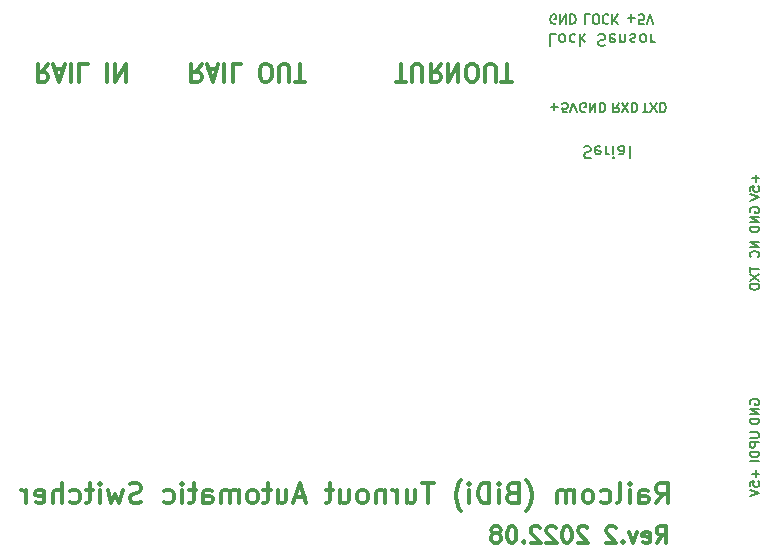
<source format=gbo>
%TF.GenerationSoftware,KiCad,Pcbnew,(5.1.12)-1*%
%TF.CreationDate,2022-08-11T01:09:08+09:00*%
%TF.ProjectId,RailcomSwitchChanger,5261696c-636f-46d5-9377-697463684368,rev?*%
%TF.SameCoordinates,PX632ea00PY7459280*%
%TF.FileFunction,Legend,Bot*%
%TF.FilePolarity,Positive*%
%FSLAX46Y46*%
G04 Gerber Fmt 4.6, Leading zero omitted, Abs format (unit mm)*
G04 Created by KiCad (PCBNEW (5.1.12)-1) date 2022-08-11 01:09:08*
%MOMM*%
%LPD*%
G01*
G04 APERTURE LIST*
%ADD10C,0.200000*%
%ADD11C,0.180000*%
%ADD12C,0.340000*%
%ADD13C,0.300000*%
%ADD14C,1.400000*%
%ADD15C,1.600000*%
%ADD16C,3.200000*%
%ADD17C,2.500000*%
%ADD18R,1.600000X1.600000*%
%ADD19R,1.600000X1.524000*%
%ADD20R,1.524000X1.600000*%
%ADD21C,1.700000*%
%ADD22R,1.000000X1.000000*%
%ADD23C,1.000000*%
%ADD24C,0.250000*%
%ADD25C,0.100000*%
G04 APERTURE END LIST*
D10*
X54119047Y61952381D02*
X53642857Y61952381D01*
X53642857Y60952381D01*
X54595238Y61952381D02*
X54500000Y61904762D01*
X54452380Y61857143D01*
X54404761Y61761905D01*
X54404761Y61476191D01*
X54452380Y61380953D01*
X54500000Y61333334D01*
X54595238Y61285715D01*
X54738095Y61285715D01*
X54833333Y61333334D01*
X54880952Y61380953D01*
X54928571Y61476191D01*
X54928571Y61761905D01*
X54880952Y61857143D01*
X54833333Y61904762D01*
X54738095Y61952381D01*
X54595238Y61952381D01*
X55785714Y61904762D02*
X55690476Y61952381D01*
X55500000Y61952381D01*
X55404761Y61904762D01*
X55357142Y61857143D01*
X55309523Y61761905D01*
X55309523Y61476191D01*
X55357142Y61380953D01*
X55404761Y61333334D01*
X55500000Y61285715D01*
X55690476Y61285715D01*
X55785714Y61333334D01*
X56214285Y61952381D02*
X56214285Y60952381D01*
X56309523Y61571429D02*
X56595238Y61952381D01*
X56595238Y61285715D02*
X56214285Y61666667D01*
X57738095Y61904762D02*
X57880952Y61952381D01*
X58119047Y61952381D01*
X58214285Y61904762D01*
X58261904Y61857143D01*
X58309523Y61761905D01*
X58309523Y61666667D01*
X58261904Y61571429D01*
X58214285Y61523810D01*
X58119047Y61476191D01*
X57928571Y61428572D01*
X57833333Y61380953D01*
X57785714Y61333334D01*
X57738095Y61238096D01*
X57738095Y61142858D01*
X57785714Y61047620D01*
X57833333Y61000000D01*
X57928571Y60952381D01*
X58166666Y60952381D01*
X58309523Y61000000D01*
X59119047Y61904762D02*
X59023809Y61952381D01*
X58833333Y61952381D01*
X58738095Y61904762D01*
X58690476Y61809524D01*
X58690476Y61428572D01*
X58738095Y61333334D01*
X58833333Y61285715D01*
X59023809Y61285715D01*
X59119047Y61333334D01*
X59166666Y61428572D01*
X59166666Y61523810D01*
X58690476Y61619048D01*
X59595238Y61285715D02*
X59595238Y61952381D01*
X59595238Y61380953D02*
X59642857Y61333334D01*
X59738095Y61285715D01*
X59880952Y61285715D01*
X59976190Y61333334D01*
X60023809Y61428572D01*
X60023809Y61952381D01*
X60452380Y61904762D02*
X60547619Y61952381D01*
X60738095Y61952381D01*
X60833333Y61904762D01*
X60880952Y61809524D01*
X60880952Y61761905D01*
X60833333Y61666667D01*
X60738095Y61619048D01*
X60595238Y61619048D01*
X60500000Y61571429D01*
X60452380Y61476191D01*
X60452380Y61428572D01*
X60500000Y61333334D01*
X60595238Y61285715D01*
X60738095Y61285715D01*
X60833333Y61333334D01*
X61452380Y61952381D02*
X61357142Y61904762D01*
X61309523Y61857143D01*
X61261904Y61761905D01*
X61261904Y61476191D01*
X61309523Y61380953D01*
X61357142Y61333334D01*
X61452380Y61285715D01*
X61595238Y61285715D01*
X61690476Y61333334D01*
X61738095Y61380953D01*
X61785714Y61476191D01*
X61785714Y61761905D01*
X61738095Y61857143D01*
X61690476Y61904762D01*
X61595238Y61952381D01*
X61452380Y61952381D01*
X62214285Y61952381D02*
X62214285Y61285715D01*
X62214285Y61476191D02*
X62261904Y61380953D01*
X62309523Y61333334D01*
X62404761Y61285715D01*
X62500000Y61285715D01*
X56523809Y52404762D02*
X56666666Y52452381D01*
X56904761Y52452381D01*
X57000000Y52404762D01*
X57047619Y52357143D01*
X57095238Y52261905D01*
X57095238Y52166667D01*
X57047619Y52071429D01*
X57000000Y52023810D01*
X56904761Y51976191D01*
X56714285Y51928572D01*
X56619047Y51880953D01*
X56571428Y51833334D01*
X56523809Y51738096D01*
X56523809Y51642858D01*
X56571428Y51547620D01*
X56619047Y51500000D01*
X56714285Y51452381D01*
X56952380Y51452381D01*
X57095238Y51500000D01*
X57904761Y52404762D02*
X57809523Y52452381D01*
X57619047Y52452381D01*
X57523809Y52404762D01*
X57476190Y52309524D01*
X57476190Y51928572D01*
X57523809Y51833334D01*
X57619047Y51785715D01*
X57809523Y51785715D01*
X57904761Y51833334D01*
X57952380Y51928572D01*
X57952380Y52023810D01*
X57476190Y52119048D01*
X58380952Y52452381D02*
X58380952Y51785715D01*
X58380952Y51976191D02*
X58428571Y51880953D01*
X58476190Y51833334D01*
X58571428Y51785715D01*
X58666666Y51785715D01*
X59000000Y52452381D02*
X59000000Y51785715D01*
X59000000Y51452381D02*
X58952380Y51500000D01*
X59000000Y51547620D01*
X59047619Y51500000D01*
X59000000Y51452381D01*
X59000000Y51547620D01*
X59904761Y52452381D02*
X59904761Y51928572D01*
X59857142Y51833334D01*
X59761904Y51785715D01*
X59571428Y51785715D01*
X59476190Y51833334D01*
X59904761Y52404762D02*
X59809523Y52452381D01*
X59571428Y52452381D01*
X59476190Y52404762D01*
X59428571Y52309524D01*
X59428571Y52214286D01*
X59476190Y52119048D01*
X59571428Y52071429D01*
X59809523Y52071429D01*
X59904761Y52023810D01*
X60523809Y52452381D02*
X60428571Y52404762D01*
X60380952Y52309524D01*
X60380952Y51452381D01*
D11*
X54140476Y62850000D02*
X54064285Y62811905D01*
X53950000Y62811905D01*
X53835714Y62850000D01*
X53759523Y62926191D01*
X53721428Y63002381D01*
X53683333Y63154762D01*
X53683333Y63269048D01*
X53721428Y63421429D01*
X53759523Y63497620D01*
X53835714Y63573810D01*
X53950000Y63611905D01*
X54026190Y63611905D01*
X54140476Y63573810D01*
X54178571Y63535715D01*
X54178571Y63269048D01*
X54026190Y63269048D01*
X54521428Y63611905D02*
X54521428Y62811905D01*
X54978571Y63611905D01*
X54978571Y62811905D01*
X55359523Y63611905D02*
X55359523Y62811905D01*
X55550000Y62811905D01*
X55664285Y62850000D01*
X55740476Y62926191D01*
X55778571Y63002381D01*
X55816666Y63154762D01*
X55816666Y63269048D01*
X55778571Y63421429D01*
X55740476Y63497620D01*
X55664285Y63573810D01*
X55550000Y63611905D01*
X55359523Y63611905D01*
X60221428Y63307143D02*
X60830952Y63307143D01*
X60526190Y63611905D02*
X60526190Y63002381D01*
X61592857Y62811905D02*
X61211904Y62811905D01*
X61173809Y63192858D01*
X61211904Y63154762D01*
X61288095Y63116667D01*
X61478571Y63116667D01*
X61554761Y63154762D01*
X61592857Y63192858D01*
X61630952Y63269048D01*
X61630952Y63459524D01*
X61592857Y63535715D01*
X61554761Y63573810D01*
X61478571Y63611905D01*
X61288095Y63611905D01*
X61211904Y63573810D01*
X61173809Y63535715D01*
X61859523Y62811905D02*
X62126190Y63611905D01*
X62392857Y62811905D01*
X57028571Y63611905D02*
X56647619Y63611905D01*
X56647619Y62811905D01*
X57447619Y62811905D02*
X57600000Y62811905D01*
X57676190Y62850000D01*
X57752380Y62926191D01*
X57790476Y63078572D01*
X57790476Y63345239D01*
X57752380Y63497620D01*
X57676190Y63573810D01*
X57600000Y63611905D01*
X57447619Y63611905D01*
X57371428Y63573810D01*
X57295238Y63497620D01*
X57257142Y63345239D01*
X57257142Y63078572D01*
X57295238Y62926191D01*
X57371428Y62850000D01*
X57447619Y62811905D01*
X58590476Y63535715D02*
X58552380Y63573810D01*
X58438095Y63611905D01*
X58361904Y63611905D01*
X58247619Y63573810D01*
X58171428Y63497620D01*
X58133333Y63421429D01*
X58095238Y63269048D01*
X58095238Y63154762D01*
X58133333Y63002381D01*
X58171428Y62926191D01*
X58247619Y62850000D01*
X58361904Y62811905D01*
X58438095Y62811905D01*
X58552380Y62850000D01*
X58590476Y62888096D01*
X58933333Y63611905D02*
X58933333Y62811905D01*
X59390476Y63611905D02*
X59047619Y63154762D01*
X59390476Y62811905D02*
X58933333Y63269048D01*
X53721428Y55807143D02*
X54330952Y55807143D01*
X54026190Y56111905D02*
X54026190Y55502381D01*
X55092857Y55311905D02*
X54711904Y55311905D01*
X54673809Y55692858D01*
X54711904Y55654762D01*
X54788095Y55616667D01*
X54978571Y55616667D01*
X55054761Y55654762D01*
X55092857Y55692858D01*
X55130952Y55769048D01*
X55130952Y55959524D01*
X55092857Y56035715D01*
X55054761Y56073810D01*
X54978571Y56111905D01*
X54788095Y56111905D01*
X54711904Y56073810D01*
X54673809Y56035715D01*
X55359523Y55311905D02*
X55626190Y56111905D01*
X55892857Y55311905D01*
X56640476Y55350000D02*
X56564285Y55311905D01*
X56450000Y55311905D01*
X56335714Y55350000D01*
X56259523Y55426191D01*
X56221428Y55502381D01*
X56183333Y55654762D01*
X56183333Y55769048D01*
X56221428Y55921429D01*
X56259523Y55997620D01*
X56335714Y56073810D01*
X56450000Y56111905D01*
X56526190Y56111905D01*
X56640476Y56073810D01*
X56678571Y56035715D01*
X56678571Y55769048D01*
X56526190Y55769048D01*
X57021428Y56111905D02*
X57021428Y55311905D01*
X57478571Y56111905D01*
X57478571Y55311905D01*
X57859523Y56111905D02*
X57859523Y55311905D01*
X58050000Y55311905D01*
X58164285Y55350000D01*
X58240476Y55426191D01*
X58278571Y55502381D01*
X58316666Y55654762D01*
X58316666Y55769048D01*
X58278571Y55921429D01*
X58240476Y55997620D01*
X58164285Y56073810D01*
X58050000Y56111905D01*
X57859523Y56111905D01*
X59466666Y56111905D02*
X59200000Y55730953D01*
X59009523Y56111905D02*
X59009523Y55311905D01*
X59314285Y55311905D01*
X59390476Y55350000D01*
X59428571Y55388096D01*
X59466666Y55464286D01*
X59466666Y55578572D01*
X59428571Y55654762D01*
X59390476Y55692858D01*
X59314285Y55730953D01*
X59009523Y55730953D01*
X59733333Y55311905D02*
X60266666Y56111905D01*
X60266666Y55311905D02*
X59733333Y56111905D01*
X60571428Y56111905D02*
X60571428Y55311905D01*
X60761904Y55311905D01*
X60876190Y55350000D01*
X60952380Y55426191D01*
X60990476Y55502381D01*
X61028571Y55654762D01*
X61028571Y55769048D01*
X60990476Y55921429D01*
X60952380Y55997620D01*
X60876190Y56073810D01*
X60761904Y56111905D01*
X60571428Y56111905D01*
X61490476Y55311905D02*
X61947619Y55311905D01*
X61719047Y56111905D02*
X61719047Y55311905D01*
X62138095Y55311905D02*
X62671428Y56111905D01*
X62671428Y55311905D02*
X62138095Y56111905D01*
X62976190Y56111905D02*
X62976190Y55311905D01*
X63166666Y55311905D01*
X63280952Y55350000D01*
X63357142Y55426191D01*
X63395238Y55502381D01*
X63433333Y55654762D01*
X63433333Y55769048D01*
X63395238Y55921429D01*
X63357142Y55997620D01*
X63280952Y56073810D01*
X63166666Y56111905D01*
X62976190Y56111905D01*
D12*
X62652809Y22230953D02*
X63219476Y23040477D01*
X63624238Y22230953D02*
X63624238Y23930953D01*
X62976619Y23930953D01*
X62814714Y23850000D01*
X62733761Y23769048D01*
X62652809Y23607143D01*
X62652809Y23364286D01*
X62733761Y23202381D01*
X62814714Y23121429D01*
X62976619Y23040477D01*
X63624238Y23040477D01*
X61195666Y22230953D02*
X61195666Y23121429D01*
X61276619Y23283334D01*
X61438523Y23364286D01*
X61762333Y23364286D01*
X61924238Y23283334D01*
X61195666Y22311905D02*
X61357571Y22230953D01*
X61762333Y22230953D01*
X61924238Y22311905D01*
X62005190Y22473810D01*
X62005190Y22635715D01*
X61924238Y22797620D01*
X61762333Y22878572D01*
X61357571Y22878572D01*
X61195666Y22959524D01*
X60386142Y22230953D02*
X60386142Y23364286D01*
X60386142Y23930953D02*
X60467095Y23850000D01*
X60386142Y23769048D01*
X60305190Y23850000D01*
X60386142Y23930953D01*
X60386142Y23769048D01*
X59333761Y22230953D02*
X59495666Y22311905D01*
X59576619Y22473810D01*
X59576619Y23930953D01*
X57957571Y22311905D02*
X58119476Y22230953D01*
X58443285Y22230953D01*
X58605190Y22311905D01*
X58686142Y22392858D01*
X58767095Y22554762D01*
X58767095Y23040477D01*
X58686142Y23202381D01*
X58605190Y23283334D01*
X58443285Y23364286D01*
X58119476Y23364286D01*
X57957571Y23283334D01*
X56986142Y22230953D02*
X57148047Y22311905D01*
X57229000Y22392858D01*
X57309952Y22554762D01*
X57309952Y23040477D01*
X57229000Y23202381D01*
X57148047Y23283334D01*
X56986142Y23364286D01*
X56743285Y23364286D01*
X56581380Y23283334D01*
X56500428Y23202381D01*
X56419476Y23040477D01*
X56419476Y22554762D01*
X56500428Y22392858D01*
X56581380Y22311905D01*
X56743285Y22230953D01*
X56986142Y22230953D01*
X55690904Y22230953D02*
X55690904Y23364286D01*
X55690904Y23202381D02*
X55609952Y23283334D01*
X55448047Y23364286D01*
X55205190Y23364286D01*
X55043285Y23283334D01*
X54962333Y23121429D01*
X54962333Y22230953D01*
X54962333Y23121429D02*
X54881380Y23283334D01*
X54719476Y23364286D01*
X54476619Y23364286D01*
X54314714Y23283334D01*
X54233761Y23121429D01*
X54233761Y22230953D01*
X51643285Y21583334D02*
X51724238Y21664286D01*
X51886142Y21907143D01*
X51967095Y22069048D01*
X52048047Y22311905D01*
X52129000Y22716667D01*
X52129000Y23040477D01*
X52048047Y23445239D01*
X51967095Y23688096D01*
X51886142Y23850000D01*
X51724238Y24092858D01*
X51643285Y24173810D01*
X50429000Y23121429D02*
X50186142Y23040477D01*
X50105190Y22959524D01*
X50024238Y22797620D01*
X50024238Y22554762D01*
X50105190Y22392858D01*
X50186142Y22311905D01*
X50348047Y22230953D01*
X50995666Y22230953D01*
X50995666Y23930953D01*
X50429000Y23930953D01*
X50267095Y23850000D01*
X50186142Y23769048D01*
X50105190Y23607143D01*
X50105190Y23445239D01*
X50186142Y23283334D01*
X50267095Y23202381D01*
X50429000Y23121429D01*
X50995666Y23121429D01*
X49295666Y22230953D02*
X49295666Y23364286D01*
X49295666Y23930953D02*
X49376619Y23850000D01*
X49295666Y23769048D01*
X49214714Y23850000D01*
X49295666Y23930953D01*
X49295666Y23769048D01*
X48486142Y22230953D02*
X48486142Y23930953D01*
X48081380Y23930953D01*
X47838523Y23850000D01*
X47676619Y23688096D01*
X47595666Y23526191D01*
X47514714Y23202381D01*
X47514714Y22959524D01*
X47595666Y22635715D01*
X47676619Y22473810D01*
X47838523Y22311905D01*
X48081380Y22230953D01*
X48486142Y22230953D01*
X46786142Y22230953D02*
X46786142Y23364286D01*
X46786142Y23930953D02*
X46867095Y23850000D01*
X46786142Y23769048D01*
X46705190Y23850000D01*
X46786142Y23930953D01*
X46786142Y23769048D01*
X46138523Y21583334D02*
X46057571Y21664286D01*
X45895666Y21907143D01*
X45814714Y22069048D01*
X45733761Y22311905D01*
X45652809Y22716667D01*
X45652809Y23040477D01*
X45733761Y23445239D01*
X45814714Y23688096D01*
X45895666Y23850000D01*
X46057571Y24092858D01*
X46138523Y24173810D01*
X43790904Y23930953D02*
X42819476Y23930953D01*
X43305190Y22230953D02*
X43305190Y23930953D01*
X41524238Y23364286D02*
X41524238Y22230953D01*
X42252809Y23364286D02*
X42252809Y22473810D01*
X42171857Y22311905D01*
X42009952Y22230953D01*
X41767095Y22230953D01*
X41605190Y22311905D01*
X41524238Y22392858D01*
X40714714Y22230953D02*
X40714714Y23364286D01*
X40714714Y23040477D02*
X40633761Y23202381D01*
X40552809Y23283334D01*
X40390904Y23364286D01*
X40229000Y23364286D01*
X39662333Y23364286D02*
X39662333Y22230953D01*
X39662333Y23202381D02*
X39581380Y23283334D01*
X39419476Y23364286D01*
X39176619Y23364286D01*
X39014714Y23283334D01*
X38933761Y23121429D01*
X38933761Y22230953D01*
X37881380Y22230953D02*
X38043285Y22311905D01*
X38124238Y22392858D01*
X38205190Y22554762D01*
X38205190Y23040477D01*
X38124238Y23202381D01*
X38043285Y23283334D01*
X37881380Y23364286D01*
X37638523Y23364286D01*
X37476619Y23283334D01*
X37395666Y23202381D01*
X37314714Y23040477D01*
X37314714Y22554762D01*
X37395666Y22392858D01*
X37476619Y22311905D01*
X37638523Y22230953D01*
X37881380Y22230953D01*
X35857571Y23364286D02*
X35857571Y22230953D01*
X36586142Y23364286D02*
X36586142Y22473810D01*
X36505190Y22311905D01*
X36343285Y22230953D01*
X36100428Y22230953D01*
X35938523Y22311905D01*
X35857571Y22392858D01*
X35290904Y23364286D02*
X34643285Y23364286D01*
X35048047Y23930953D02*
X35048047Y22473810D01*
X34967095Y22311905D01*
X34805190Y22230953D01*
X34643285Y22230953D01*
X32862333Y22716667D02*
X32052809Y22716667D01*
X33024238Y22230953D02*
X32457571Y23930953D01*
X31890904Y22230953D01*
X30595666Y23364286D02*
X30595666Y22230953D01*
X31324238Y23364286D02*
X31324238Y22473810D01*
X31243285Y22311905D01*
X31081380Y22230953D01*
X30838523Y22230953D01*
X30676619Y22311905D01*
X30595666Y22392858D01*
X30029000Y23364286D02*
X29381380Y23364286D01*
X29786142Y23930953D02*
X29786142Y22473810D01*
X29705190Y22311905D01*
X29543285Y22230953D01*
X29381380Y22230953D01*
X28571857Y22230953D02*
X28733761Y22311905D01*
X28814714Y22392858D01*
X28895666Y22554762D01*
X28895666Y23040477D01*
X28814714Y23202381D01*
X28733761Y23283334D01*
X28571857Y23364286D01*
X28329000Y23364286D01*
X28167095Y23283334D01*
X28086142Y23202381D01*
X28005190Y23040477D01*
X28005190Y22554762D01*
X28086142Y22392858D01*
X28167095Y22311905D01*
X28329000Y22230953D01*
X28571857Y22230953D01*
X27276619Y22230953D02*
X27276619Y23364286D01*
X27276619Y23202381D02*
X27195666Y23283334D01*
X27033761Y23364286D01*
X26790904Y23364286D01*
X26629000Y23283334D01*
X26548047Y23121429D01*
X26548047Y22230953D01*
X26548047Y23121429D02*
X26467095Y23283334D01*
X26305190Y23364286D01*
X26062333Y23364286D01*
X25900428Y23283334D01*
X25819476Y23121429D01*
X25819476Y22230953D01*
X24281380Y22230953D02*
X24281380Y23121429D01*
X24362333Y23283334D01*
X24524238Y23364286D01*
X24848047Y23364286D01*
X25009952Y23283334D01*
X24281380Y22311905D02*
X24443285Y22230953D01*
X24848047Y22230953D01*
X25009952Y22311905D01*
X25090904Y22473810D01*
X25090904Y22635715D01*
X25009952Y22797620D01*
X24848047Y22878572D01*
X24443285Y22878572D01*
X24281380Y22959524D01*
X23714714Y23364286D02*
X23067095Y23364286D01*
X23471857Y23930953D02*
X23471857Y22473810D01*
X23390904Y22311905D01*
X23229000Y22230953D01*
X23067095Y22230953D01*
X22500428Y22230953D02*
X22500428Y23364286D01*
X22500428Y23930953D02*
X22581380Y23850000D01*
X22500428Y23769048D01*
X22419476Y23850000D01*
X22500428Y23930953D01*
X22500428Y23769048D01*
X20962333Y22311905D02*
X21124238Y22230953D01*
X21448047Y22230953D01*
X21609952Y22311905D01*
X21690904Y22392858D01*
X21771857Y22554762D01*
X21771857Y23040477D01*
X21690904Y23202381D01*
X21609952Y23283334D01*
X21448047Y23364286D01*
X21124238Y23364286D01*
X20962333Y23283334D01*
X19019476Y22311905D02*
X18776619Y22230953D01*
X18371857Y22230953D01*
X18209952Y22311905D01*
X18129000Y22392858D01*
X18048047Y22554762D01*
X18048047Y22716667D01*
X18129000Y22878572D01*
X18209952Y22959524D01*
X18371857Y23040477D01*
X18695666Y23121429D01*
X18857571Y23202381D01*
X18938523Y23283334D01*
X19019476Y23445239D01*
X19019476Y23607143D01*
X18938523Y23769048D01*
X18857571Y23850000D01*
X18695666Y23930953D01*
X18290904Y23930953D01*
X18048047Y23850000D01*
X17481380Y23364286D02*
X17157571Y22230953D01*
X16833761Y23040477D01*
X16509952Y22230953D01*
X16186142Y23364286D01*
X15538523Y22230953D02*
X15538523Y23364286D01*
X15538523Y23930953D02*
X15619476Y23850000D01*
X15538523Y23769048D01*
X15457571Y23850000D01*
X15538523Y23930953D01*
X15538523Y23769048D01*
X14971857Y23364286D02*
X14324238Y23364286D01*
X14729000Y23930953D02*
X14729000Y22473810D01*
X14648047Y22311905D01*
X14486142Y22230953D01*
X14324238Y22230953D01*
X13029000Y22311905D02*
X13190904Y22230953D01*
X13514714Y22230953D01*
X13676619Y22311905D01*
X13757571Y22392858D01*
X13838523Y22554762D01*
X13838523Y23040477D01*
X13757571Y23202381D01*
X13676619Y23283334D01*
X13514714Y23364286D01*
X13190904Y23364286D01*
X13029000Y23283334D01*
X12300428Y22230953D02*
X12300428Y23930953D01*
X11571857Y22230953D02*
X11571857Y23121429D01*
X11652809Y23283334D01*
X11814714Y23364286D01*
X12057571Y23364286D01*
X12219476Y23283334D01*
X12300428Y23202381D01*
X10114714Y22311905D02*
X10276619Y22230953D01*
X10600428Y22230953D01*
X10762333Y22311905D01*
X10843285Y22473810D01*
X10843285Y23121429D01*
X10762333Y23283334D01*
X10600428Y23364286D01*
X10276619Y23364286D01*
X10114714Y23283334D01*
X10033761Y23121429D01*
X10033761Y22959524D01*
X10843285Y22797620D01*
X9305190Y22230953D02*
X9305190Y23364286D01*
X9305190Y23040477D02*
X9224238Y23202381D01*
X9143285Y23283334D01*
X8981380Y23364286D01*
X8819476Y23364286D01*
D11*
X71057142Y25028572D02*
X71057142Y24419048D01*
X71361904Y24723810D02*
X70752380Y24723810D01*
X70561904Y23657143D02*
X70561904Y24038096D01*
X70942857Y24076191D01*
X70904761Y24038096D01*
X70866666Y23961905D01*
X70866666Y23771429D01*
X70904761Y23695239D01*
X70942857Y23657143D01*
X71019047Y23619048D01*
X71209523Y23619048D01*
X71285714Y23657143D01*
X71323809Y23695239D01*
X71361904Y23771429D01*
X71361904Y23961905D01*
X71323809Y24038096D01*
X71285714Y24076191D01*
X70561904Y23390477D02*
X71361904Y23123810D01*
X70561904Y22857143D01*
X70561904Y28219048D02*
X71209523Y28219048D01*
X71285714Y28180953D01*
X71323809Y28142858D01*
X71361904Y28066667D01*
X71361904Y27914286D01*
X71323809Y27838096D01*
X71285714Y27800000D01*
X71209523Y27761905D01*
X70561904Y27761905D01*
X71361904Y27380953D02*
X70561904Y27380953D01*
X70561904Y27076191D01*
X70600000Y27000000D01*
X70638095Y26961905D01*
X70714285Y26923810D01*
X70828571Y26923810D01*
X70904761Y26961905D01*
X70942857Y27000000D01*
X70980952Y27076191D01*
X70980952Y27380953D01*
X71361904Y26580953D02*
X70561904Y26580953D01*
X70561904Y26390477D01*
X70600000Y26276191D01*
X70676190Y26200000D01*
X70752380Y26161905D01*
X70904761Y26123810D01*
X71019047Y26123810D01*
X71171428Y26161905D01*
X71247619Y26200000D01*
X71323809Y26276191D01*
X71361904Y26390477D01*
X71361904Y26580953D01*
X71361904Y25780953D02*
X70561904Y25780953D01*
X70600000Y30609524D02*
X70561904Y30685715D01*
X70561904Y30800000D01*
X70600000Y30914286D01*
X70676190Y30990477D01*
X70752380Y31028572D01*
X70904761Y31066667D01*
X71019047Y31066667D01*
X71171428Y31028572D01*
X71247619Y30990477D01*
X71323809Y30914286D01*
X71361904Y30800000D01*
X71361904Y30723810D01*
X71323809Y30609524D01*
X71285714Y30571429D01*
X71019047Y30571429D01*
X71019047Y30723810D01*
X71361904Y30228572D02*
X70561904Y30228572D01*
X71361904Y29771429D01*
X70561904Y29771429D01*
X71361904Y29390477D02*
X70561904Y29390477D01*
X70561904Y29200000D01*
X70600000Y29085715D01*
X70676190Y29009524D01*
X70752380Y28971429D01*
X70904761Y28933334D01*
X71019047Y28933334D01*
X71171428Y28971429D01*
X71247619Y29009524D01*
X71323809Y29085715D01*
X71361904Y29200000D01*
X71361904Y29390477D01*
X71057142Y50028572D02*
X71057142Y49419048D01*
X71361904Y49723810D02*
X70752380Y49723810D01*
X70561904Y48657143D02*
X70561904Y49038096D01*
X70942857Y49076191D01*
X70904761Y49038096D01*
X70866666Y48961905D01*
X70866666Y48771429D01*
X70904761Y48695239D01*
X70942857Y48657143D01*
X71019047Y48619048D01*
X71209523Y48619048D01*
X71285714Y48657143D01*
X71323809Y48695239D01*
X71361904Y48771429D01*
X71361904Y48961905D01*
X71323809Y49038096D01*
X71285714Y49076191D01*
X70561904Y48390477D02*
X71361904Y48123810D01*
X70561904Y47857143D01*
X70600000Y46859524D02*
X70561904Y46935715D01*
X70561904Y47050000D01*
X70600000Y47164286D01*
X70676190Y47240477D01*
X70752380Y47278572D01*
X70904761Y47316667D01*
X71019047Y47316667D01*
X71171428Y47278572D01*
X71247619Y47240477D01*
X71323809Y47164286D01*
X71361904Y47050000D01*
X71361904Y46973810D01*
X71323809Y46859524D01*
X71285714Y46821429D01*
X71019047Y46821429D01*
X71019047Y46973810D01*
X71361904Y46478572D02*
X70561904Y46478572D01*
X71361904Y46021429D01*
X70561904Y46021429D01*
X71361904Y45640477D02*
X70561904Y45640477D01*
X70561904Y45450000D01*
X70600000Y45335715D01*
X70676190Y45259524D01*
X70752380Y45221429D01*
X70904761Y45183334D01*
X71019047Y45183334D01*
X71171428Y45221429D01*
X71247619Y45259524D01*
X71323809Y45335715D01*
X71361904Y45450000D01*
X71361904Y45640477D01*
X71361904Y44378572D02*
X70561904Y44378572D01*
X71361904Y43921429D01*
X70561904Y43921429D01*
X71285714Y43083334D02*
X71323809Y43121429D01*
X71361904Y43235715D01*
X71361904Y43311905D01*
X71323809Y43426191D01*
X71247619Y43502381D01*
X71171428Y43540477D01*
X71019047Y43578572D01*
X70904761Y43578572D01*
X70752380Y43540477D01*
X70676190Y43502381D01*
X70600000Y43426191D01*
X70561904Y43311905D01*
X70561904Y43235715D01*
X70600000Y43121429D01*
X70638095Y43083334D01*
X70561904Y42259524D02*
X70561904Y41802381D01*
X71361904Y42030953D02*
X70561904Y42030953D01*
X70561904Y41611905D02*
X71361904Y41078572D01*
X70561904Y41078572D02*
X71361904Y41611905D01*
X71361904Y40773810D02*
X70561904Y40773810D01*
X70561904Y40583334D01*
X70600000Y40469048D01*
X70676190Y40392858D01*
X70752380Y40354762D01*
X70904761Y40316667D01*
X71019047Y40316667D01*
X71171428Y40354762D01*
X71247619Y40392858D01*
X71323809Y40469048D01*
X71361904Y40583334D01*
X71361904Y40773810D01*
D13*
X40607142Y57928572D02*
X41464285Y57928572D01*
X41035714Y59428572D02*
X41035714Y57928572D01*
X41964285Y57928572D02*
X41964285Y59142858D01*
X42035714Y59285715D01*
X42107142Y59357143D01*
X42250000Y59428572D01*
X42535714Y59428572D01*
X42678571Y59357143D01*
X42750000Y59285715D01*
X42821428Y59142858D01*
X42821428Y57928572D01*
X44392857Y59428572D02*
X43892857Y58714286D01*
X43535714Y59428572D02*
X43535714Y57928572D01*
X44107142Y57928572D01*
X44250000Y58000000D01*
X44321428Y58071429D01*
X44392857Y58214286D01*
X44392857Y58428572D01*
X44321428Y58571429D01*
X44250000Y58642858D01*
X44107142Y58714286D01*
X43535714Y58714286D01*
X45035714Y59428572D02*
X45035714Y57928572D01*
X45892857Y59428572D01*
X45892857Y57928572D01*
X46892857Y57928572D02*
X47178571Y57928572D01*
X47321428Y58000000D01*
X47464285Y58142858D01*
X47535714Y58428572D01*
X47535714Y58928572D01*
X47464285Y59214286D01*
X47321428Y59357143D01*
X47178571Y59428572D01*
X46892857Y59428572D01*
X46750000Y59357143D01*
X46607142Y59214286D01*
X46535714Y58928572D01*
X46535714Y58428572D01*
X46607142Y58142858D01*
X46750000Y58000000D01*
X46892857Y57928572D01*
X48178571Y57928572D02*
X48178571Y59142858D01*
X48250000Y59285715D01*
X48321428Y59357143D01*
X48464285Y59428572D01*
X48750000Y59428572D01*
X48892857Y59357143D01*
X48964285Y59285715D01*
X49035714Y59142858D01*
X49035714Y57928572D01*
X49535714Y57928572D02*
X50392857Y57928572D01*
X49964285Y59428572D02*
X49964285Y57928572D01*
X11142857Y59428572D02*
X10642857Y58714286D01*
X10285714Y59428572D02*
X10285714Y57928572D01*
X10857142Y57928572D01*
X11000000Y58000000D01*
X11071428Y58071429D01*
X11142857Y58214286D01*
X11142857Y58428572D01*
X11071428Y58571429D01*
X11000000Y58642858D01*
X10857142Y58714286D01*
X10285714Y58714286D01*
X11714285Y59000000D02*
X12428571Y59000000D01*
X11571428Y59428572D02*
X12071428Y57928572D01*
X12571428Y59428572D01*
X13071428Y59428572D02*
X13071428Y57928572D01*
X14500000Y59428572D02*
X13785714Y59428572D01*
X13785714Y57928572D01*
X16142857Y59428572D02*
X16142857Y57928572D01*
X16857142Y59428572D02*
X16857142Y57928572D01*
X17714285Y59428572D01*
X17714285Y57928572D01*
X24142857Y59428572D02*
X23642857Y58714286D01*
X23285714Y59428572D02*
X23285714Y57928572D01*
X23857142Y57928572D01*
X24000000Y58000000D01*
X24071428Y58071429D01*
X24142857Y58214286D01*
X24142857Y58428572D01*
X24071428Y58571429D01*
X24000000Y58642858D01*
X23857142Y58714286D01*
X23285714Y58714286D01*
X24714285Y59000000D02*
X25428571Y59000000D01*
X24571428Y59428572D02*
X25071428Y57928572D01*
X25571428Y59428572D01*
X26071428Y59428572D02*
X26071428Y57928572D01*
X27500000Y59428572D02*
X26785714Y59428572D01*
X26785714Y57928572D01*
X29428571Y57928572D02*
X29714285Y57928572D01*
X29857142Y58000000D01*
X30000000Y58142858D01*
X30071428Y58428572D01*
X30071428Y58928572D01*
X30000000Y59214286D01*
X29857142Y59357143D01*
X29714285Y59428572D01*
X29428571Y59428572D01*
X29285714Y59357143D01*
X29142857Y59214286D01*
X29071428Y58928572D01*
X29071428Y58428572D01*
X29142857Y58142858D01*
X29285714Y58000000D01*
X29428571Y57928572D01*
X30714285Y57928572D02*
X30714285Y59142858D01*
X30785714Y59285715D01*
X30857142Y59357143D01*
X31000000Y59428572D01*
X31285714Y59428572D01*
X31428571Y59357143D01*
X31500000Y59285715D01*
X31571428Y59142858D01*
X31571428Y57928572D01*
X32071428Y57928572D02*
X32928571Y57928572D01*
X32500000Y59428572D02*
X32500000Y57928572D01*
X62671666Y18866667D02*
X63138333Y19533334D01*
X63471666Y18866667D02*
X63471666Y20266667D01*
X62938333Y20266667D01*
X62805000Y20200000D01*
X62738333Y20133334D01*
X62671666Y20000000D01*
X62671666Y19800000D01*
X62738333Y19666667D01*
X62805000Y19600000D01*
X62938333Y19533334D01*
X63471666Y19533334D01*
X61538333Y18933334D02*
X61671666Y18866667D01*
X61938333Y18866667D01*
X62071666Y18933334D01*
X62138333Y19066667D01*
X62138333Y19600000D01*
X62071666Y19733334D01*
X61938333Y19800000D01*
X61671666Y19800000D01*
X61538333Y19733334D01*
X61471666Y19600000D01*
X61471666Y19466667D01*
X62138333Y19333334D01*
X61005000Y19800000D02*
X60671666Y18866667D01*
X60338333Y19800000D01*
X59805000Y19000000D02*
X59738333Y18933334D01*
X59805000Y18866667D01*
X59871666Y18933334D01*
X59805000Y19000000D01*
X59805000Y18866667D01*
X59205000Y20133334D02*
X59138333Y20200000D01*
X59005000Y20266667D01*
X58671666Y20266667D01*
X58538333Y20200000D01*
X58471666Y20133334D01*
X58405000Y20000000D01*
X58405000Y19866667D01*
X58471666Y19666667D01*
X59271666Y18866667D01*
X58405000Y18866667D01*
X56805000Y20133334D02*
X56738333Y20200000D01*
X56605000Y20266667D01*
X56271666Y20266667D01*
X56138333Y20200000D01*
X56071666Y20133334D01*
X56005000Y20000000D01*
X56005000Y19866667D01*
X56071666Y19666667D01*
X56871666Y18866667D01*
X56005000Y18866667D01*
X55138333Y20266667D02*
X55005000Y20266667D01*
X54871666Y20200000D01*
X54805000Y20133334D01*
X54738333Y20000000D01*
X54671666Y19733334D01*
X54671666Y19400000D01*
X54738333Y19133334D01*
X54805000Y19000000D01*
X54871666Y18933334D01*
X55005000Y18866667D01*
X55138333Y18866667D01*
X55271666Y18933334D01*
X55338333Y19000000D01*
X55405000Y19133334D01*
X55471666Y19400000D01*
X55471666Y19733334D01*
X55405000Y20000000D01*
X55338333Y20133334D01*
X55271666Y20200000D01*
X55138333Y20266667D01*
X54138333Y20133334D02*
X54071666Y20200000D01*
X53938333Y20266667D01*
X53605000Y20266667D01*
X53471666Y20200000D01*
X53405000Y20133334D01*
X53338333Y20000000D01*
X53338333Y19866667D01*
X53405000Y19666667D01*
X54205000Y18866667D01*
X53338333Y18866667D01*
X52805000Y20133334D02*
X52738333Y20200000D01*
X52605000Y20266667D01*
X52271666Y20266667D01*
X52138333Y20200000D01*
X52071666Y20133334D01*
X52005000Y20000000D01*
X52005000Y19866667D01*
X52071666Y19666667D01*
X52871666Y18866667D01*
X52005000Y18866667D01*
X51405000Y19000000D02*
X51338333Y18933334D01*
X51405000Y18866667D01*
X51471666Y18933334D01*
X51405000Y19000000D01*
X51405000Y18866667D01*
X50471666Y20266667D02*
X50338333Y20266667D01*
X50205000Y20200000D01*
X50138333Y20133334D01*
X50071666Y20000000D01*
X50005000Y19733334D01*
X50005000Y19400000D01*
X50071666Y19133334D01*
X50138333Y19000000D01*
X50205000Y18933334D01*
X50338333Y18866667D01*
X50471666Y18866667D01*
X50605000Y18933334D01*
X50671666Y19000000D01*
X50738333Y19133334D01*
X50805000Y19400000D01*
X50805000Y19733334D01*
X50738333Y20000000D01*
X50671666Y20133334D01*
X50605000Y20200000D01*
X50471666Y20266667D01*
X49205000Y19666667D02*
X49338333Y19733334D01*
X49405000Y19800000D01*
X49471666Y19933334D01*
X49471666Y20000000D01*
X49405000Y20133334D01*
X49338333Y20200000D01*
X49205000Y20266667D01*
X48938333Y20266667D01*
X48805000Y20200000D01*
X48738333Y20133334D01*
X48671666Y20000000D01*
X48671666Y19933334D01*
X48738333Y19800000D01*
X48805000Y19733334D01*
X48938333Y19666667D01*
X49205000Y19666667D01*
X49338333Y19600000D01*
X49405000Y19533334D01*
X49471666Y19400000D01*
X49471666Y19133334D01*
X49405000Y19000000D01*
X49338333Y18933334D01*
X49205000Y18866667D01*
X48938333Y18866667D01*
X48805000Y18933334D01*
X48738333Y19000000D01*
X48671666Y19133334D01*
X48671666Y19400000D01*
X48738333Y19533334D01*
X48805000Y19600000D01*
X48938333Y19666667D01*
%LPC*%
D14*
%TO.C,C1*%
X16750000Y54500000D03*
X14250000Y54500000D03*
%TD*%
%TO.C,C2*%
X2750000Y45000000D03*
X4750000Y45000000D03*
%TD*%
%TO.C,C3*%
X17500000Y48000000D03*
X15500000Y48000000D03*
%TD*%
%TO.C,C14*%
X35250000Y39500000D03*
X33250000Y39500000D03*
%TD*%
D15*
%TO.C,D15*%
X29650000Y15380000D03*
X32190000Y15380000D03*
X34730000Y15380000D03*
X37270000Y15380000D03*
X39810000Y15380000D03*
X42350000Y15380000D03*
X42350000Y30620000D03*
X39810000Y30620000D03*
X37270000Y30620000D03*
X34730000Y30620000D03*
X32190000Y30620000D03*
X29650000Y30620000D03*
%TD*%
D16*
%TO.C,H1*%
X3000000Y15500000D03*
%TD*%
%TO.C,H2*%
X69000000Y57000000D03*
%TD*%
%TO.C,H3*%
X3000000Y57000000D03*
%TD*%
%TO.C,H4*%
X69000000Y15500000D03*
%TD*%
D17*
%TO.C,J1*%
X16540000Y64350000D03*
X11460000Y64350000D03*
%TD*%
%TO.C,J2*%
X30540000Y64350000D03*
X25460000Y64350000D03*
%TD*%
D18*
%TO.C,J11*%
X69000000Y24460000D03*
D15*
X69000000Y27000000D03*
X69000000Y29540000D03*
%TD*%
%TO.C,J12*%
X62310000Y54000000D03*
X59770000Y54000000D03*
X57230000Y54000000D03*
D19*
X54690000Y54000000D03*
%TD*%
D15*
%TO.C,J13*%
X8270000Y6000000D03*
X5730000Y6000000D03*
%TD*%
D17*
%TO.C,J14*%
X48040000Y64350000D03*
X42960000Y64350000D03*
%TD*%
D15*
%TO.C,J15*%
X69000000Y41190000D03*
X69000000Y43730000D03*
X69000000Y46270000D03*
D20*
X69000000Y48810000D03*
%TD*%
D21*
%TO.C,SW1*%
X16750000Y8250000D03*
X23250000Y8250000D03*
X16750000Y3750000D03*
X23250000Y3750000D03*
%TD*%
%TO.C,SW2*%
X39250000Y3750000D03*
X32750000Y3750000D03*
X39250000Y8250000D03*
X32750000Y8250000D03*
%TD*%
%TO.C,SW3*%
X48750000Y8250000D03*
X55250000Y8250000D03*
X48750000Y3750000D03*
X55250000Y3750000D03*
%TD*%
D15*
%TO.C,C12*%
X28500000Y47250000D03*
X28500000Y43750000D03*
%TD*%
D18*
%TO.C,J16*%
X60540000Y65000000D03*
D15*
X58000000Y65000000D03*
X55460000Y65000000D03*
%TD*%
D22*
%TO.C,J17*%
X67500000Y63250000D03*
D23*
X66250000Y63250000D03*
X65000000Y63250000D03*
%TD*%
D24*
X71766032Y60359417D02*
X71822012Y60322012D01*
X71859417Y60266032D01*
X71875000Y60187690D01*
X71875000Y53812310D01*
X71859417Y53733968D01*
X71822012Y53677988D01*
X71766032Y53640583D01*
X71687690Y53625000D01*
X67636574Y53625000D01*
X67558232Y53640583D01*
X67491812Y53684964D01*
X65684964Y55491812D01*
X65640583Y55558232D01*
X65625000Y55636574D01*
X65625000Y58363426D01*
X65640583Y58441768D01*
X65684964Y58508188D01*
X67491812Y60315036D01*
X67558232Y60359417D01*
X67636574Y60375000D01*
X71687690Y60375000D01*
X71766032Y60359417D01*
D25*
G36*
X71766032Y60359417D02*
G01*
X71822012Y60322012D01*
X71859417Y60266032D01*
X71875000Y60187690D01*
X71875000Y53812310D01*
X71859417Y53733968D01*
X71822012Y53677988D01*
X71766032Y53640583D01*
X71687690Y53625000D01*
X67636574Y53625000D01*
X67558232Y53640583D01*
X67491812Y53684964D01*
X65684964Y55491812D01*
X65640583Y55558232D01*
X65625000Y55636574D01*
X65625000Y58363426D01*
X65640583Y58441768D01*
X65684964Y58508188D01*
X67491812Y60315036D01*
X67558232Y60359417D01*
X67636574Y60375000D01*
X71687690Y60375000D01*
X71766032Y60359417D01*
G37*
D24*
X4441768Y60359417D02*
X4508188Y60315036D01*
X6315036Y58508188D01*
X6359417Y58441768D01*
X6375000Y58363426D01*
X6375000Y55636574D01*
X6359417Y55558232D01*
X6315036Y55491812D01*
X4508188Y53684964D01*
X4441768Y53640583D01*
X4363426Y53625000D01*
X312310Y53625000D01*
X233968Y53640583D01*
X177988Y53677988D01*
X140583Y53733968D01*
X125000Y53812310D01*
X125000Y60187690D01*
X140583Y60266032D01*
X177988Y60322012D01*
X233968Y60359417D01*
X312310Y60375000D01*
X4363426Y60375000D01*
X4441768Y60359417D01*
D25*
G36*
X4441768Y60359417D02*
G01*
X4508188Y60315036D01*
X6315036Y58508188D01*
X6359417Y58441768D01*
X6375000Y58363426D01*
X6375000Y55636574D01*
X6359417Y55558232D01*
X6315036Y55491812D01*
X4508188Y53684964D01*
X4441768Y53640583D01*
X4363426Y53625000D01*
X312310Y53625000D01*
X233968Y53640583D01*
X177988Y53677988D01*
X140583Y53733968D01*
X125000Y53812310D01*
X125000Y60187690D01*
X140583Y60266032D01*
X177988Y60322012D01*
X233968Y60359417D01*
X312310Y60375000D01*
X4363426Y60375000D01*
X4441768Y60359417D01*
G37*
D24*
X4441768Y18859417D02*
X4508188Y18815036D01*
X6315036Y17008188D01*
X6359417Y16941768D01*
X6375000Y16863426D01*
X6375000Y14136574D01*
X6359417Y14058232D01*
X6315036Y13991812D01*
X4508188Y12184964D01*
X4441768Y12140583D01*
X4363426Y12125000D01*
X312310Y12125000D01*
X233968Y12140583D01*
X177988Y12177988D01*
X140583Y12233968D01*
X125000Y12312310D01*
X125000Y18687690D01*
X140583Y18766032D01*
X177988Y18822012D01*
X233968Y18859417D01*
X312310Y18875000D01*
X4363426Y18875000D01*
X4441768Y18859417D01*
D25*
G36*
X4441768Y18859417D02*
G01*
X4508188Y18815036D01*
X6315036Y17008188D01*
X6359417Y16941768D01*
X6375000Y16863426D01*
X6375000Y14136574D01*
X6359417Y14058232D01*
X6315036Y13991812D01*
X4508188Y12184964D01*
X4441768Y12140583D01*
X4363426Y12125000D01*
X312310Y12125000D01*
X233968Y12140583D01*
X177988Y12177988D01*
X140583Y12233968D01*
X125000Y12312310D01*
X125000Y18687690D01*
X140583Y18766032D01*
X177988Y18822012D01*
X233968Y18859417D01*
X312310Y18875000D01*
X4363426Y18875000D01*
X4441768Y18859417D01*
G37*
D24*
X71766032Y18867675D02*
X71822012Y18830270D01*
X71859417Y18774290D01*
X71875000Y18695948D01*
X71875000Y12320568D01*
X71859417Y12242226D01*
X71822012Y12186246D01*
X71766032Y12148841D01*
X71687690Y12133258D01*
X67636574Y12133258D01*
X67558232Y12148841D01*
X67491812Y12193222D01*
X65684964Y14000070D01*
X65640583Y14066490D01*
X65625000Y14144832D01*
X65625000Y16871684D01*
X65640583Y16950026D01*
X65684964Y17016446D01*
X67491812Y18823294D01*
X67558232Y18867675D01*
X67636574Y18883258D01*
X71687690Y18883258D01*
X71766032Y18867675D01*
D25*
G36*
X71766032Y18867675D02*
G01*
X71822012Y18830270D01*
X71859417Y18774290D01*
X71875000Y18695948D01*
X71875000Y12320568D01*
X71859417Y12242226D01*
X71822012Y12186246D01*
X71766032Y12148841D01*
X71687690Y12133258D01*
X67636574Y12133258D01*
X67558232Y12148841D01*
X67491812Y12193222D01*
X65684964Y14000070D01*
X65640583Y14066490D01*
X65625000Y14144832D01*
X65625000Y16871684D01*
X65640583Y16950026D01*
X65684964Y17016446D01*
X67491812Y18823294D01*
X67558232Y18867675D01*
X67636574Y18883258D01*
X71687690Y18883258D01*
X71766032Y18867675D01*
G37*
M02*

</source>
